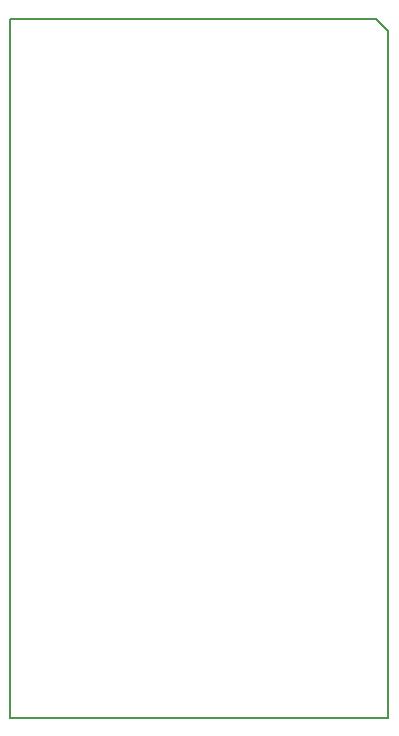
<source format=gm1>
%TF.GenerationSoftware,KiCad,Pcbnew,0.201511171411+6319~30~ubuntu15.10.1-product*%
%TF.CreationDate,2015-12-04T10:58:07+01:00*%
%TF.ProjectId,ESC-Base,4553432D426173652E6B696361645F70,rev?*%
%TF.FileFunction,Profile,NP*%
%FSLAX46Y46*%
G04 Gerber Fmt 4.6, Leading zero omitted, Abs format (unit mm)*
G04 Created by KiCad (PCBNEW 0.201511171411+6319~30~ubuntu15.10.1-product) date Fr 04 Dez 2015 10:58:07 CET*
%MOMM*%
G01*
G04 APERTURE LIST*
%ADD10C,0.100000*%
%ADD11C,0.150000*%
G04 APERTURE END LIST*
D10*
D11*
X44450000Y-82804000D02*
X44450000Y-90170000D01*
X75438000Y-82804000D02*
X44450000Y-82804000D01*
X76454000Y-83820000D02*
X75438000Y-82804000D01*
X76454000Y-90170000D02*
X76454000Y-83820000D01*
X44450000Y-141986000D02*
X76454000Y-141986000D01*
X44450000Y-141732000D02*
X44450000Y-141986000D01*
X44450000Y-90170000D02*
X44450000Y-141732000D01*
X76454000Y-90170000D02*
X76454000Y-141986000D01*
M02*

</source>
